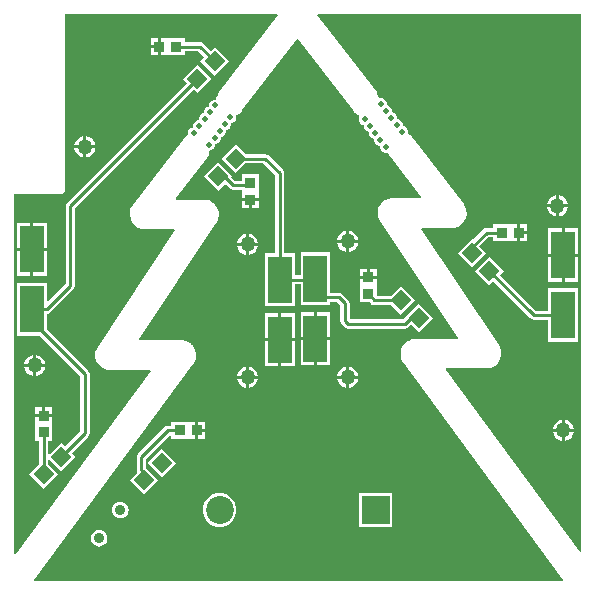
<source format=gbl>
G04*
G04 #@! TF.GenerationSoftware,Altium Limited,Altium Designer,23.1.1 (15)*
G04*
G04 Layer_Physical_Order=2*
G04 Layer_Color=16711680*
%FSLAX23Y23*%
%MOIN*%
G70*
G04*
G04 #@! TF.SameCoordinates,7DB063E5-64DA-4751-B351-23BD0CB7D004*
G04*
G04*
G04 #@! TF.FilePolarity,Positive*
G04*
G01*
G75*
%ADD11C,0.000*%
%ADD16R,0.038X0.037*%
%ADD17R,0.079X0.157*%
%ADD18P,0.067X4X360.0*%
%ADD19P,0.067X4X90.0*%
%ADD20R,0.037X0.038*%
%ADD25C,0.035*%
%ADD28C,0.010*%
%ADD29C,0.093*%
%ADD30R,0.093X0.093*%
%ADD31C,0.020*%
%ADD32C,0.050*%
G36*
X1890Y99D02*
X1885Y97D01*
X1438Y703D01*
X1441Y708D01*
X1579D01*
X1580Y708D01*
X1582Y708D01*
X1592Y711D01*
X1593Y711D01*
X1594Y712D01*
X1604Y717D01*
X1605Y718D01*
X1606Y719D01*
X1613Y727D01*
X1614Y728D01*
X1615Y729D01*
X1620Y738D01*
X1620Y740D01*
X1621Y741D01*
X1623Y751D01*
X1623Y753D01*
X1623Y754D01*
X1623Y765D01*
X1623Y766D01*
X1622Y768D01*
X1619Y778D01*
X1618Y779D01*
X1618Y780D01*
X1615Y785D01*
X1357Y1172D01*
X1359Y1176D01*
X1464D01*
X1465Y1176D01*
X1466Y1176D01*
X1477Y1179D01*
X1478Y1180D01*
X1480Y1181D01*
X1489Y1186D01*
X1490Y1187D01*
X1491Y1188D01*
X1499Y1196D01*
X1499Y1197D01*
X1500Y1199D01*
X1505Y1208D01*
X1505Y1210D01*
X1506Y1211D01*
X1508Y1222D01*
X1508Y1223D01*
X1508Y1225D01*
X1507Y1236D01*
X1507Y1237D01*
X1506Y1238D01*
X1502Y1249D01*
X1502Y1250D01*
X1501Y1251D01*
X1498Y1256D01*
X1498Y1256D01*
X1331Y1475D01*
X1331Y1475D01*
X1327Y1480D01*
X1326Y1481D01*
X1325Y1482D01*
X1314Y1489D01*
X1313Y1490D01*
X1314Y1491D01*
Y1499D01*
X1311Y1506D01*
X1305Y1512D01*
X1298Y1515D01*
X1296D01*
X1296Y1515D01*
Y1523D01*
X1293Y1530D01*
X1287Y1536D01*
X1280Y1539D01*
X1277D01*
Y1546D01*
X1274Y1553D01*
X1268Y1559D01*
X1261Y1562D01*
X1260D01*
Y1569D01*
X1257Y1576D01*
X1251Y1582D01*
X1244Y1585D01*
X1243D01*
Y1592D01*
X1240Y1599D01*
X1234Y1605D01*
X1227Y1608D01*
X1219D01*
X1216Y1612D01*
X1214Y1617D01*
X1214Y1617D01*
X1214Y1618D01*
X1211Y1624D01*
X1210Y1624D01*
X1210Y1625D01*
X1208Y1628D01*
X1208Y1628D01*
X1011Y1885D01*
X1013Y1890D01*
X1053D01*
X1890Y1890D01*
Y99D01*
D02*
G37*
G36*
X879Y1885D02*
X682Y1628D01*
X679Y1624D01*
X678Y1622D01*
X678Y1621D01*
X674Y1612D01*
X673Y1610D01*
X673Y1609D01*
X672Y1604D01*
X665D01*
X658Y1601D01*
X652Y1596D01*
X649Y1589D01*
Y1581D01*
X648D01*
X641Y1578D01*
X635Y1573D01*
X632Y1566D01*
Y1558D01*
X631D01*
X624Y1555D01*
X618Y1550D01*
X615Y1543D01*
Y1535D01*
X612D01*
X605Y1532D01*
X599Y1527D01*
X596Y1520D01*
Y1512D01*
X596Y1511D01*
X594D01*
X587Y1508D01*
X581Y1503D01*
X578Y1496D01*
Y1488D01*
X579Y1485D01*
X579Y1485D01*
X569Y1478D01*
X568Y1477D01*
X567Y1476D01*
X563Y1471D01*
X563Y1471D01*
X396Y1252D01*
X393Y1247D01*
X392Y1246D01*
X391Y1245D01*
X387Y1235D01*
X387Y1233D01*
X387Y1232D01*
X386Y1221D01*
X386Y1219D01*
X386Y1218D01*
X388Y1207D01*
X388Y1206D01*
X389Y1205D01*
X394Y1195D01*
X394Y1194D01*
X395Y1192D01*
X403Y1184D01*
X404Y1183D01*
X405Y1182D01*
X414Y1177D01*
X415Y1176D01*
X417Y1175D01*
X427Y1172D01*
X429Y1172D01*
X430Y1172D01*
X534D01*
X537Y1168D01*
X279Y781D01*
X276Y776D01*
X275Y775D01*
X275Y774D01*
X271Y764D01*
X271Y762D01*
X271Y761D01*
X270Y750D01*
X271Y749D01*
X271Y747D01*
X273Y737D01*
X273Y736D01*
X274Y734D01*
X279Y725D01*
X280Y724D01*
X281Y723D01*
X288Y715D01*
X289Y714D01*
X290Y713D01*
X299Y708D01*
X301Y707D01*
X302Y707D01*
X312Y704D01*
X313Y704D01*
X315Y704D01*
X453D01*
X455Y699D01*
X5Y88D01*
X0Y89D01*
Y1289D01*
X157D01*
X161Y1290D01*
X165Y1292D01*
X167Y1295D01*
X168Y1299D01*
Y1890D01*
X877D01*
X879Y1885D01*
D02*
G37*
G36*
X1129Y1568D02*
X1133Y1563D01*
X1134Y1562D01*
X1135Y1560D01*
X1145Y1553D01*
X1147Y1553D01*
X1148Y1552D01*
X1149Y1552D01*
X1151Y1546D01*
X1149Y1542D01*
Y1534D01*
X1152Y1527D01*
X1158Y1521D01*
X1165Y1518D01*
X1167D01*
Y1511D01*
X1170Y1504D01*
X1176Y1498D01*
X1183Y1495D01*
X1184D01*
Y1488D01*
X1187Y1481D01*
X1193Y1475D01*
X1200Y1472D01*
X1201D01*
Y1465D01*
X1204Y1458D01*
X1210Y1452D01*
X1217Y1449D01*
X1220D01*
Y1443D01*
X1223Y1436D01*
X1229Y1430D01*
X1236Y1427D01*
X1244D01*
X1246Y1425D01*
X1249Y1419D01*
X1249Y1418D01*
X1250Y1418D01*
X1252Y1415D01*
X1355Y1280D01*
X1353Y1275D01*
X1257D01*
X1256Y1275D01*
X1255D01*
X1248Y1273D01*
X1247Y1273D01*
X1246Y1273D01*
X1239Y1270D01*
X1238Y1269D01*
X1237Y1269D01*
X1231Y1265D01*
X1230Y1264D01*
X1229Y1263D01*
X1223Y1258D01*
X1223Y1257D01*
X1222Y1256D01*
X1218Y1250D01*
X1218Y1249D01*
X1217Y1248D01*
X1214Y1241D01*
X1214Y1240D01*
X1213Y1239D01*
X1212Y1231D01*
Y1230D01*
X1212Y1229D01*
Y1223D01*
X1212Y1222D01*
X1212Y1221D01*
X1213Y1215D01*
X1213Y1215D01*
X1213Y1214D01*
X1215Y1208D01*
X1215Y1208D01*
X1215Y1207D01*
X1218Y1202D01*
X1218Y1201D01*
X1218Y1200D01*
X1220Y1198D01*
X1220Y1198D01*
X1478Y811D01*
X1476Y807D01*
X1333D01*
X1332Y806D01*
X1331D01*
X1324Y805D01*
X1323Y805D01*
X1322Y804D01*
X1315Y801D01*
X1314Y801D01*
X1313Y800D01*
X1306Y796D01*
X1306Y795D01*
X1305Y795D01*
X1299Y789D01*
X1299Y789D01*
X1298Y788D01*
X1294Y781D01*
X1293Y780D01*
X1293Y780D01*
X1290Y772D01*
X1290Y772D01*
X1289Y771D01*
X1288Y763D01*
Y762D01*
X1288Y761D01*
Y754D01*
X1288Y753D01*
X1288Y752D01*
X1289Y746D01*
X1289Y745D01*
X1289Y745D01*
X1291Y739D01*
X1291Y738D01*
X1292Y737D01*
X1294Y732D01*
X1295Y731D01*
X1295Y730D01*
X1297Y728D01*
X1830Y4D01*
X1828Y0D01*
X69D01*
X67Y4D01*
X597Y724D01*
X598Y726D01*
X599Y727D01*
X599Y728D01*
X602Y733D01*
X602Y734D01*
X603Y735D01*
X605Y741D01*
X605Y741D01*
X605Y742D01*
X606Y748D01*
X606Y749D01*
X606Y750D01*
Y757D01*
X606Y758D01*
Y759D01*
X604Y767D01*
X604Y768D01*
X604Y769D01*
X601Y776D01*
X600Y777D01*
X600Y777D01*
X596Y784D01*
X595Y785D01*
X594Y785D01*
X589Y791D01*
X588Y792D01*
X587Y792D01*
X581Y797D01*
X580Y797D01*
X579Y797D01*
X572Y800D01*
X571Y801D01*
X570Y801D01*
X562Y803D01*
X561D01*
X560Y803D01*
X418D01*
X416Y807D01*
X674Y1194D01*
X674Y1194D01*
X675Y1197D01*
X676Y1197D01*
X676Y1198D01*
X679Y1203D01*
X679Y1204D01*
X679Y1204D01*
X681Y1210D01*
X681Y1211D01*
X681Y1212D01*
X682Y1217D01*
X682Y1218D01*
X682Y1219D01*
Y1226D01*
X682Y1226D01*
Y1228D01*
X680Y1235D01*
X680Y1236D01*
X680Y1237D01*
X677Y1244D01*
X676Y1245D01*
X676Y1246D01*
X671Y1252D01*
X671Y1253D01*
X670Y1254D01*
X665Y1259D01*
X664Y1260D01*
X663Y1261D01*
X657Y1265D01*
X656Y1265D01*
X655Y1266D01*
X648Y1269D01*
X647Y1269D01*
X646Y1270D01*
X638Y1271D01*
X637D01*
X636Y1271D01*
X541D01*
X539Y1276D01*
X642Y1411D01*
X644Y1414D01*
X644Y1414D01*
X645Y1415D01*
X648Y1421D01*
X648Y1422D01*
X648Y1422D01*
X651Y1428D01*
X651Y1429D01*
X651Y1430D01*
X652Y1435D01*
X654D01*
X662Y1438D01*
X667Y1443D01*
X670Y1450D01*
Y1457D01*
X673D01*
X681Y1460D01*
X686Y1465D01*
X689Y1472D01*
Y1480D01*
X690D01*
X698Y1483D01*
X703Y1488D01*
X706Y1495D01*
Y1503D01*
X707D01*
X715Y1506D01*
X720Y1511D01*
X723Y1518D01*
Y1526D01*
X725D01*
X733Y1529D01*
X738Y1534D01*
X741Y1541D01*
Y1549D01*
X740Y1552D01*
X745Y1554D01*
X746Y1555D01*
X748Y1555D01*
X756Y1562D01*
X757Y1563D01*
X758Y1563D01*
X761Y1568D01*
X761Y1568D01*
X942Y1805D01*
X947D01*
X1129Y1568D01*
D02*
G37*
%LPC*%
G36*
X1816Y1285D02*
Y1255D01*
X1846D01*
X1844Y1264D01*
X1839Y1271D01*
X1833Y1278D01*
X1825Y1283D01*
X1816Y1285D01*
D02*
G37*
G36*
X1806D02*
X1798Y1283D01*
X1790Y1278D01*
X1783Y1271D01*
X1778Y1264D01*
X1776Y1255D01*
X1806D01*
Y1285D01*
D02*
G37*
G36*
X1846Y1245D02*
X1816D01*
Y1215D01*
X1825Y1217D01*
X1833Y1222D01*
X1839Y1229D01*
X1844Y1236D01*
X1846Y1245D01*
D02*
G37*
G36*
X1806D02*
X1776D01*
X1778Y1236D01*
X1783Y1229D01*
X1790Y1222D01*
X1798Y1217D01*
X1806Y1215D01*
Y1245D01*
D02*
G37*
G36*
X1710Y1190D02*
X1687D01*
Y1166D01*
X1710D01*
Y1190D01*
D02*
G37*
G36*
Y1156D02*
X1687D01*
Y1132D01*
X1710D01*
Y1156D01*
D02*
G37*
G36*
X1677Y1190D02*
X1597D01*
Y1177D01*
X1575D01*
X1569Y1176D01*
X1564Y1172D01*
X1529Y1137D01*
X1526Y1140D01*
X1478Y1092D01*
X1526Y1045D01*
X1573Y1092D01*
X1550Y1115D01*
X1581Y1146D01*
X1597D01*
Y1132D01*
X1677D01*
Y1161D01*
Y1190D01*
D02*
G37*
G36*
X1880Y1175D02*
X1836D01*
Y1091D01*
X1880D01*
Y1175D01*
D02*
G37*
G36*
X1826D02*
X1781D01*
Y1091D01*
X1826D01*
Y1175D01*
D02*
G37*
G36*
X1880Y1081D02*
X1836D01*
Y997D01*
X1880D01*
Y1081D01*
D02*
G37*
G36*
X1826D02*
X1781D01*
Y997D01*
X1826D01*
Y1081D01*
D02*
G37*
G36*
X1584Y1081D02*
X1537Y1034D01*
X1584Y986D01*
X1597Y999D01*
X1721Y875D01*
X1726Y872D01*
X1732Y871D01*
X1781D01*
Y797D01*
X1880D01*
Y975D01*
X1781D01*
Y901D01*
X1739D01*
X1619Y1021D01*
X1632Y1034D01*
X1584Y1081D01*
D02*
G37*
G36*
X1836Y537D02*
Y507D01*
X1866D01*
X1863Y515D01*
X1859Y523D01*
X1852Y530D01*
X1844Y535D01*
X1836Y537D01*
D02*
G37*
G36*
X1826D02*
X1817Y535D01*
X1809Y530D01*
X1803Y523D01*
X1798Y515D01*
X1796Y507D01*
X1826D01*
Y537D01*
D02*
G37*
G36*
X1866Y497D02*
X1836D01*
Y467D01*
X1844Y469D01*
X1852Y474D01*
X1859Y480D01*
X1863Y488D01*
X1866Y497D01*
D02*
G37*
G36*
X1826D02*
X1796D01*
X1798Y488D01*
X1803Y480D01*
X1809Y474D01*
X1817Y469D01*
X1826Y467D01*
Y497D01*
D02*
G37*
G36*
X479Y1810D02*
X455D01*
Y1786D01*
X479D01*
Y1810D01*
D02*
G37*
G36*
Y1776D02*
X455D01*
Y1753D01*
X479D01*
Y1776D01*
D02*
G37*
G36*
X568Y1810D02*
X489D01*
Y1781D01*
Y1753D01*
X568D01*
Y1766D01*
X613D01*
X634Y1745D01*
X621Y1732D01*
X669Y1684D01*
X717Y1732D01*
X669Y1780D01*
X656Y1767D01*
X630Y1792D01*
X625Y1796D01*
X619Y1797D01*
X568D01*
Y1810D01*
D02*
G37*
G36*
X611Y1721D02*
X563Y1674D01*
X576Y1661D01*
X176Y1261D01*
X173Y1256D01*
X172Y1250D01*
Y991D01*
X113Y932D01*
X108Y934D01*
Y994D01*
X10D01*
Y817D01*
X87D01*
X221Y683D01*
Y498D01*
X170Y448D01*
X157Y461D01*
X119Y422D01*
X114Y424D01*
Y466D01*
X127D01*
Y523D01*
Y546D01*
X98D01*
X69D01*
Y523D01*
Y466D01*
X84D01*
Y387D01*
X51Y355D01*
X99Y307D01*
X147Y355D01*
X114Y387D01*
Y402D01*
X119Y404D01*
X157Y366D01*
X205Y413D01*
X192Y426D01*
X247Y481D01*
X250Y486D01*
X252Y492D01*
Y689D01*
X250Y695D01*
X247Y700D01*
X108Y838D01*
Y890D01*
X114Y891D01*
X119Y895D01*
X198Y973D01*
X201Y978D01*
X202Y984D01*
Y1244D01*
X598Y1639D01*
X611Y1626D01*
X658Y1674D01*
X611Y1721D01*
D02*
G37*
G36*
X241Y1482D02*
Y1452D01*
X271D01*
X269Y1460D01*
X264Y1468D01*
X258Y1475D01*
X250Y1479D01*
X241Y1482D01*
D02*
G37*
G36*
X231D02*
X223Y1479D01*
X215Y1475D01*
X208Y1468D01*
X204Y1460D01*
X201Y1452D01*
X231D01*
Y1482D01*
D02*
G37*
G36*
X271Y1442D02*
X241D01*
Y1412D01*
X250Y1414D01*
X258Y1419D01*
X264Y1425D01*
X269Y1433D01*
X271Y1442D01*
D02*
G37*
G36*
X231D02*
X201D01*
X204Y1433D01*
X208Y1425D01*
X215Y1419D01*
X223Y1414D01*
X231Y1412D01*
Y1442D01*
D02*
G37*
G36*
X108Y1194D02*
X64D01*
Y1111D01*
X108D01*
Y1194D01*
D02*
G37*
G36*
X54D02*
X10D01*
Y1111D01*
X54D01*
Y1194D01*
D02*
G37*
G36*
X108Y1101D02*
X64D01*
Y1017D01*
X108D01*
Y1101D01*
D02*
G37*
G36*
X54D02*
X10D01*
Y1017D01*
X54D01*
Y1101D01*
D02*
G37*
G36*
X74Y753D02*
Y724D01*
X104D01*
X102Y732D01*
X97Y740D01*
X90Y747D01*
X82Y751D01*
X74Y753D01*
D02*
G37*
G36*
X64D02*
X55Y751D01*
X47Y747D01*
X41Y740D01*
X36Y732D01*
X34Y724D01*
X64D01*
Y753D01*
D02*
G37*
G36*
X104Y714D02*
X74D01*
Y684D01*
X82Y686D01*
X90Y690D01*
X97Y697D01*
X102Y705D01*
X104Y714D01*
D02*
G37*
G36*
X64D02*
X34D01*
X36Y705D01*
X41Y697D01*
X47Y690D01*
X55Y686D01*
X64Y684D01*
Y714D01*
D02*
G37*
G36*
X127Y580D02*
X103D01*
Y556D01*
X127D01*
Y580D01*
D02*
G37*
G36*
X93D02*
X69D01*
Y556D01*
X93D01*
Y580D01*
D02*
G37*
G36*
X679Y1396D02*
X632Y1349D01*
X679Y1301D01*
X702Y1324D01*
X718Y1308D01*
X722Y1305D01*
X728Y1304D01*
X758D01*
Y1276D01*
X787D01*
X816D01*
Y1299D01*
Y1356D01*
X758D01*
Y1334D01*
X735D01*
X724Y1345D01*
X727Y1349D01*
X679Y1396D01*
D02*
G37*
G36*
X816Y1266D02*
X792D01*
Y1243D01*
X816D01*
Y1266D01*
D02*
G37*
G36*
X782D02*
X758D01*
Y1243D01*
X782D01*
Y1266D01*
D02*
G37*
G36*
X1117Y1167D02*
Y1137D01*
X1147D01*
X1145Y1145D01*
X1140Y1153D01*
X1134Y1160D01*
X1126Y1165D01*
X1117Y1167D01*
D02*
G37*
G36*
X1107D02*
X1099Y1165D01*
X1091Y1160D01*
X1084Y1153D01*
X1080Y1145D01*
X1077Y1137D01*
X1107D01*
Y1167D01*
D02*
G37*
G36*
X783Y1157D02*
Y1127D01*
X812D01*
X810Y1136D01*
X806Y1144D01*
X799Y1150D01*
X791Y1155D01*
X783Y1157D01*
D02*
G37*
G36*
X773D02*
X764Y1155D01*
X756Y1150D01*
X750Y1144D01*
X745Y1136D01*
X743Y1127D01*
X773D01*
Y1157D01*
D02*
G37*
G36*
X1147Y1127D02*
X1117D01*
Y1097D01*
X1126Y1099D01*
X1134Y1104D01*
X1140Y1110D01*
X1145Y1118D01*
X1147Y1127D01*
D02*
G37*
G36*
X1107D02*
X1077D01*
X1080Y1118D01*
X1084Y1110D01*
X1091Y1104D01*
X1099Y1099D01*
X1107Y1097D01*
Y1127D01*
D02*
G37*
G36*
X812Y1117D02*
X783D01*
Y1087D01*
X791Y1089D01*
X799Y1094D01*
X806Y1101D01*
X810Y1109D01*
X812Y1117D01*
D02*
G37*
G36*
X773D02*
X743D01*
X745Y1109D01*
X750Y1101D01*
X756Y1094D01*
X764Y1089D01*
X773Y1087D01*
Y1117D01*
D02*
G37*
G36*
X1210Y1041D02*
X1186D01*
Y1017D01*
X1210D01*
Y1041D01*
D02*
G37*
G36*
X1176D02*
X1152D01*
Y1017D01*
X1176D01*
Y1041D01*
D02*
G37*
G36*
X1181Y1012D02*
D01*
Y1007D01*
X1152D01*
Y984D01*
Y928D01*
X1187D01*
X1189Y924D01*
X1194Y921D01*
X1200Y919D01*
X1257D01*
X1290Y887D01*
X1337Y935D01*
X1290Y982D01*
X1257Y950D01*
X1210D01*
Y984D01*
Y1007D01*
X1181D01*
Y1012D01*
D02*
G37*
G36*
X738Y1455D02*
X690Y1407D01*
X738Y1360D01*
X770Y1392D01*
X831D01*
X871Y1352D01*
Y1093D01*
X836D01*
Y915D01*
X935D01*
Y989D01*
X955D01*
Y918D01*
X1053D01*
Y930D01*
X1076D01*
X1087Y919D01*
Y866D01*
X1088Y860D01*
X1092Y855D01*
X1101Y845D01*
X1106Y842D01*
X1112Y841D01*
X1302D01*
X1308Y842D01*
X1313Y845D01*
X1322Y855D01*
X1348Y829D01*
X1396Y876D01*
X1348Y924D01*
X1312Y888D01*
X1311Y887D01*
X1295Y872D01*
X1119D01*
X1118Y872D01*
Y925D01*
X1116Y931D01*
X1113Y936D01*
X1093Y956D01*
X1089Y959D01*
X1083Y960D01*
X1053D01*
Y1096D01*
X955D01*
Y1019D01*
X935D01*
Y1093D01*
X901D01*
Y1358D01*
X900Y1364D01*
X897Y1369D01*
X848Y1418D01*
X843Y1421D01*
X837Y1422D01*
X770D01*
X738Y1455D01*
D02*
G37*
G36*
X1053Y896D02*
X1009D01*
Y812D01*
X1053D01*
Y896D01*
D02*
G37*
G36*
X999D02*
X955D01*
Y812D01*
X999D01*
Y896D01*
D02*
G37*
G36*
X935Y893D02*
X891D01*
Y809D01*
X935D01*
Y893D01*
D02*
G37*
G36*
X881D02*
X836D01*
Y809D01*
X881D01*
Y893D01*
D02*
G37*
G36*
X1053Y802D02*
X1009D01*
Y718D01*
X1053D01*
Y802D01*
D02*
G37*
G36*
X999D02*
X955D01*
Y718D01*
X999D01*
Y802D01*
D02*
G37*
G36*
X935Y799D02*
X891D01*
Y715D01*
X935D01*
Y799D01*
D02*
G37*
G36*
X881D02*
X836D01*
Y715D01*
X881D01*
Y799D01*
D02*
G37*
G36*
X1117Y714D02*
Y684D01*
X1147D01*
X1145Y693D01*
X1140Y701D01*
X1134Y707D01*
X1126Y712D01*
X1117Y714D01*
D02*
G37*
G36*
X1107D02*
X1099Y712D01*
X1091Y707D01*
X1084Y701D01*
X1080Y693D01*
X1077Y684D01*
X1107D01*
Y714D01*
D02*
G37*
G36*
X783D02*
Y684D01*
X812D01*
X810Y693D01*
X806Y701D01*
X799Y707D01*
X791Y712D01*
X783Y714D01*
D02*
G37*
G36*
X773D02*
X764Y712D01*
X756Y707D01*
X750Y701D01*
X745Y693D01*
X743Y684D01*
X773D01*
Y714D01*
D02*
G37*
G36*
X1147Y674D02*
X1117D01*
Y644D01*
X1126Y647D01*
X1134Y651D01*
X1140Y658D01*
X1145Y666D01*
X1147Y674D01*
D02*
G37*
G36*
X1107D02*
X1077D01*
X1080Y666D01*
X1084Y658D01*
X1091Y651D01*
X1099Y647D01*
X1107Y644D01*
Y674D01*
D02*
G37*
G36*
X812D02*
X783D01*
Y644D01*
X791Y647D01*
X799Y651D01*
X806Y658D01*
X810Y666D01*
X812Y674D01*
D02*
G37*
G36*
X773D02*
X743D01*
X745Y666D01*
X750Y658D01*
X756Y651D01*
X764Y647D01*
X773Y644D01*
Y674D01*
D02*
G37*
G36*
X637Y531D02*
X614D01*
Y507D01*
X637D01*
Y531D01*
D02*
G37*
G36*
Y497D02*
X614D01*
Y473D01*
X637D01*
Y497D01*
D02*
G37*
G36*
X604Y531D02*
X524D01*
Y517D01*
X512D01*
X506Y516D01*
X501Y513D01*
X412Y424D01*
X409Y419D01*
X408Y413D01*
Y369D01*
X409Y363D01*
X411Y360D01*
X386Y335D01*
X433Y287D01*
X481Y335D01*
X439Y377D01*
Y407D01*
X518Y487D01*
X524D01*
Y473D01*
X604D01*
Y502D01*
Y531D01*
D02*
G37*
G36*
X492Y441D02*
X444Y393D01*
X492Y346D01*
X539Y393D01*
X492Y441D01*
D02*
G37*
G36*
X354Y264D02*
X347Y263D01*
X340Y260D01*
X334Y256D01*
X330Y250D01*
X327Y243D01*
X326Y236D01*
X327Y229D01*
X330Y222D01*
X335Y216D01*
X341Y212D01*
X347Y209D01*
X355Y208D01*
X362Y209D01*
X369Y212D01*
X374Y217D01*
X379Y222D01*
X381Y229D01*
X382Y236D01*
X381Y244D01*
X378Y250D01*
X374Y256D01*
X368Y261D01*
X361Y263D01*
X354Y264D01*
D02*
G37*
G36*
X1261Y292D02*
X1149D01*
Y180D01*
X1261D01*
Y292D01*
D02*
G37*
G36*
X692D02*
X677D01*
X663Y289D01*
X650Y281D01*
X640Y271D01*
X632Y258D01*
X629Y244D01*
Y229D01*
X632Y215D01*
X640Y202D01*
X650Y191D01*
X663Y184D01*
X677Y180D01*
X692D01*
X707Y184D01*
X719Y191D01*
X730Y202D01*
X737Y215D01*
X741Y229D01*
Y244D01*
X737Y258D01*
X730Y271D01*
X719Y281D01*
X707Y289D01*
X692Y292D01*
D02*
G37*
G36*
X283Y170D02*
X276Y169D01*
X269Y166D01*
X263Y161D01*
X259Y156D01*
X256Y149D01*
X255Y142D01*
X256Y134D01*
X259Y128D01*
X264Y122D01*
X269Y118D01*
X276Y115D01*
X283Y114D01*
X291Y115D01*
X297Y118D01*
X303Y122D01*
X308Y128D01*
X310Y135D01*
X311Y142D01*
X310Y149D01*
X307Y156D01*
X303Y162D01*
X297Y166D01*
X290Y169D01*
X283Y170D01*
D02*
G37*
%LPD*%
D11*
X1200Y935D02*
Y936D01*
X611Y1674D02*
Y1674D01*
X669Y1732D02*
Y1732D01*
X157Y413D02*
X157D01*
X1322Y876D02*
X1348D01*
D16*
X98Y551D02*
D03*
Y495D02*
D03*
X1181Y1012D02*
D03*
Y956D02*
D03*
X787Y1271D02*
D03*
Y1327D02*
D03*
D17*
X59Y1106D02*
D03*
Y906D02*
D03*
X1831Y1086D02*
D03*
Y886D02*
D03*
X886Y804D02*
D03*
Y1004D02*
D03*
X1004Y807D02*
D03*
Y1007D02*
D03*
D18*
X1526Y1092D02*
D03*
X1584Y1034D02*
D03*
X1290Y935D02*
D03*
X1348Y876D02*
D03*
D19*
X433Y335D02*
D03*
X492Y393D02*
D03*
X99Y355D02*
D03*
X157Y413D02*
D03*
X669Y1732D02*
D03*
X611Y1674D02*
D03*
X679Y1349D02*
D03*
X738Y1407D02*
D03*
D20*
X609Y502D02*
D03*
X553D02*
D03*
X484Y1781D02*
D03*
X540D02*
D03*
X1682Y1161D02*
D03*
X1625D02*
D03*
D25*
X354Y236D02*
D03*
X283Y142D02*
D03*
D28*
X1001Y1004D02*
X1004Y1007D01*
X886Y1004D02*
X1001D01*
X1526Y1092D02*
Y1113D01*
X1575Y1161D01*
X1625D01*
X1584Y1034D02*
X1732Y886D01*
X1584Y1034D02*
X1584D01*
X1732Y886D02*
X1831D01*
X423Y413D02*
X512Y502D01*
X553D01*
X423Y369D02*
Y413D01*
X433Y335D02*
Y359D01*
X423Y369D02*
X433Y359D01*
X1112Y856D02*
X1302D01*
X1322Y876D01*
X1102Y866D02*
Y925D01*
Y866D02*
X1112Y856D01*
X1083Y945D02*
X1102Y925D01*
X1004Y979D02*
Y1007D01*
Y979D02*
X1038Y945D01*
X1083D01*
X1200Y935D02*
X1290D01*
X1200Y936D02*
Y937D01*
X1181Y956D02*
X1182D01*
X1200Y937D01*
X886Y1004D02*
Y1358D01*
X837Y1407D02*
X886Y1358D01*
X738Y1407D02*
X837D01*
X779Y1319D02*
X787Y1327D01*
X728Y1319D02*
X779D01*
X699Y1349D02*
X728Y1319D01*
X679Y1349D02*
X699D01*
X619Y1781D02*
X669Y1732D01*
X540Y1781D02*
X619D01*
X669Y1732D02*
X669D01*
X187Y1250D02*
X611Y1674D01*
X187Y984D02*
Y1250D01*
X108Y906D02*
X187Y984D01*
X59Y906D02*
X108D01*
X59Y866D02*
X236Y689D01*
X59Y866D02*
Y906D01*
X236Y492D02*
Y689D01*
X157Y413D02*
X236Y492D01*
X98Y495D02*
X99Y494D01*
Y355D02*
Y494D01*
D29*
X685Y236D02*
D03*
D30*
X1205D02*
D03*
D31*
X1294Y1495D02*
D03*
X1276Y1519D02*
D03*
X1257Y1542D02*
D03*
X1240Y1565D02*
D03*
X1223Y1588D02*
D03*
X721Y1545D02*
D03*
X703Y1522D02*
D03*
X686Y1499D02*
D03*
X669Y1476D02*
D03*
X650Y1454D02*
D03*
X1169Y1538D02*
D03*
X1187Y1515D02*
D03*
X1204Y1492D02*
D03*
X1221Y1469D02*
D03*
X1240Y1447D02*
D03*
X598Y1492D02*
D03*
X616Y1516D02*
D03*
X635Y1539D02*
D03*
X652Y1562D02*
D03*
X669Y1585D02*
D03*
D32*
X1112Y679D02*
D03*
Y1132D02*
D03*
X778Y679D02*
D03*
Y1122D02*
D03*
X236Y1447D02*
D03*
X69Y719D02*
D03*
X1831Y502D02*
D03*
X1811Y1250D02*
D03*
M02*

</source>
